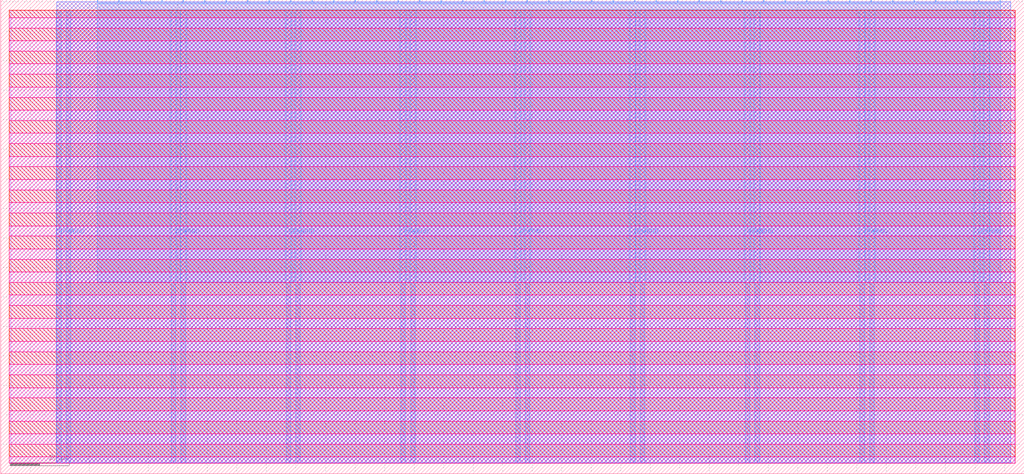
<source format=lef>
VERSION 5.7 ;
  NOWIREEXTENSIONATPIN ON ;
  DIVIDERCHAR "/" ;
  BUSBITCHARS "[]" ;
MACRO tt_um_algofoogle_vgaringosc
  CLASS BLOCK ;
  FOREIGN tt_um_algofoogle_vgaringosc ;
  ORIGIN 0.000 0.000 ;
  SIZE 346.640 BY 160.720 ;
  PIN VGND
    DIRECTION INOUT ;
    USE GROUND ;
    PORT
      LAYER Metal4 ;
        RECT 22.180 3.620 23.780 157.100 ;
    END
    PORT
      LAYER Metal4 ;
        RECT 61.050 3.620 62.650 157.100 ;
    END
    PORT
      LAYER Metal4 ;
        RECT 99.920 3.620 101.520 157.100 ;
    END
    PORT
      LAYER Metal4 ;
        RECT 138.790 3.620 140.390 157.100 ;
    END
    PORT
      LAYER Metal4 ;
        RECT 177.660 3.620 179.260 157.100 ;
    END
    PORT
      LAYER Metal4 ;
        RECT 216.530 3.620 218.130 157.100 ;
    END
    PORT
      LAYER Metal4 ;
        RECT 255.400 3.620 257.000 157.100 ;
    END
    PORT
      LAYER Metal4 ;
        RECT 294.270 3.620 295.870 157.100 ;
    END
    PORT
      LAYER Metal4 ;
        RECT 333.140 3.620 334.740 157.100 ;
    END
  END VGND
  PIN VPWR
    DIRECTION INOUT ;
    USE POWER ;
    PORT
      LAYER Metal4 ;
        RECT 18.880 3.620 20.480 157.100 ;
    END
    PORT
      LAYER Metal4 ;
        RECT 57.750 3.620 59.350 157.100 ;
    END
    PORT
      LAYER Metal4 ;
        RECT 96.620 3.620 98.220 157.100 ;
    END
    PORT
      LAYER Metal4 ;
        RECT 135.490 3.620 137.090 157.100 ;
    END
    PORT
      LAYER Metal4 ;
        RECT 174.360 3.620 175.960 157.100 ;
    END
    PORT
      LAYER Metal4 ;
        RECT 213.230 3.620 214.830 157.100 ;
    END
    PORT
      LAYER Metal4 ;
        RECT 252.100 3.620 253.700 157.100 ;
    END
    PORT
      LAYER Metal4 ;
        RECT 290.970 3.620 292.570 157.100 ;
    END
    PORT
      LAYER Metal4 ;
        RECT 329.840 3.620 331.440 157.100 ;
    END
  END VPWR
  PIN clk
    DIRECTION INPUT ;
    USE SIGNAL ;
    ANTENNAGATEAREA 4.738000 ;
    PORT
      LAYER Metal4 ;
        RECT 331.090 159.720 331.390 160.720 ;
    END
  END clk
  PIN ena
    DIRECTION INPUT ;
    USE SIGNAL ;
    ANTENNAGATEAREA 0.396000 ;
    PORT
      LAYER Metal4 ;
        RECT 338.370 159.720 338.670 160.720 ;
    END
  END ena
  PIN rst_n
    DIRECTION INPUT ;
    USE SIGNAL ;
    ANTENNAGATEAREA 0.396000 ;
    PORT
      LAYER Metal4 ;
        RECT 323.810 159.720 324.110 160.720 ;
    END
  END rst_n
  PIN ui_in[0]
    DIRECTION INPUT ;
    USE SIGNAL ;
    ANTENNAGATEAREA 1.102000 ;
    PORT
      LAYER Metal4 ;
        RECT 316.530 159.720 316.830 160.720 ;
    END
  END ui_in[0]
  PIN ui_in[1]
    DIRECTION INPUT ;
    USE SIGNAL ;
    ANTENNAGATEAREA 0.726000 ;
    PORT
      LAYER Metal4 ;
        RECT 309.250 159.720 309.550 160.720 ;
    END
  END ui_in[1]
  PIN ui_in[2]
    DIRECTION INPUT ;
    USE SIGNAL ;
    ANTENNAGATEAREA 0.396000 ;
    PORT
      LAYER Metal4 ;
        RECT 301.970 159.720 302.270 160.720 ;
    END
  END ui_in[2]
  PIN ui_in[3]
    DIRECTION INPUT ;
    USE SIGNAL ;
    ANTENNAGATEAREA 0.498500 ;
    PORT
      LAYER Metal4 ;
        RECT 294.690 159.720 294.990 160.720 ;
    END
  END ui_in[3]
  PIN ui_in[4]
    DIRECTION INPUT ;
    USE SIGNAL ;
    ANTENNAGATEAREA 0.396000 ;
    PORT
      LAYER Metal4 ;
        RECT 287.410 159.720 287.710 160.720 ;
    END
  END ui_in[4]
  PIN ui_in[5]
    DIRECTION INPUT ;
    USE SIGNAL ;
    PORT
      LAYER Metal4 ;
        RECT 280.130 159.720 280.430 160.720 ;
    END
  END ui_in[5]
  PIN ui_in[6]
    DIRECTION INPUT ;
    USE SIGNAL ;
    PORT
      LAYER Metal4 ;
        RECT 272.850 159.720 273.150 160.720 ;
    END
  END ui_in[6]
  PIN ui_in[7]
    DIRECTION INPUT ;
    USE SIGNAL ;
    ANTENNAGATEAREA 1.183000 ;
    PORT
      LAYER Metal4 ;
        RECT 265.570 159.720 265.870 160.720 ;
    END
  END ui_in[7]
  PIN uio_in[0]
    DIRECTION INPUT ;
    USE SIGNAL ;
    PORT
      LAYER Metal4 ;
        RECT 258.290 159.720 258.590 160.720 ;
    END
  END uio_in[0]
  PIN uio_in[1]
    DIRECTION INPUT ;
    USE SIGNAL ;
    PORT
      LAYER Metal4 ;
        RECT 251.010 159.720 251.310 160.720 ;
    END
  END uio_in[1]
  PIN uio_in[2]
    DIRECTION INPUT ;
    USE SIGNAL ;
    PORT
      LAYER Metal4 ;
        RECT 243.730 159.720 244.030 160.720 ;
    END
  END uio_in[2]
  PIN uio_in[3]
    DIRECTION INPUT ;
    USE SIGNAL ;
    PORT
      LAYER Metal4 ;
        RECT 236.450 159.720 236.750 160.720 ;
    END
  END uio_in[3]
  PIN uio_in[4]
    DIRECTION INPUT ;
    USE SIGNAL ;
    PORT
      LAYER Metal4 ;
        RECT 229.170 159.720 229.470 160.720 ;
    END
  END uio_in[4]
  PIN uio_in[5]
    DIRECTION INPUT ;
    USE SIGNAL ;
    PORT
      LAYER Metal4 ;
        RECT 221.890 159.720 222.190 160.720 ;
    END
  END uio_in[5]
  PIN uio_in[6]
    DIRECTION INPUT ;
    USE SIGNAL ;
    PORT
      LAYER Metal4 ;
        RECT 214.610 159.720 214.910 160.720 ;
    END
  END uio_in[6]
  PIN uio_in[7]
    DIRECTION INPUT ;
    USE SIGNAL ;
    PORT
      LAYER Metal4 ;
        RECT 207.330 159.720 207.630 160.720 ;
    END
  END uio_in[7]
  PIN uio_oe[0]
    DIRECTION OUTPUT ;
    USE SIGNAL ;
    ANTENNADIFFAREA 0.360800 ;
    PORT
      LAYER Metal4 ;
        RECT 83.570 159.720 83.870 160.720 ;
    END
  END uio_oe[0]
  PIN uio_oe[1]
    DIRECTION OUTPUT ;
    USE SIGNAL ;
    ANTENNADIFFAREA 0.360800 ;
    PORT
      LAYER Metal4 ;
        RECT 76.290 159.720 76.590 160.720 ;
    END
  END uio_oe[1]
  PIN uio_oe[2]
    DIRECTION OUTPUT ;
    USE SIGNAL ;
    ANTENNADIFFAREA 0.360800 ;
    PORT
      LAYER Metal4 ;
        RECT 69.010 159.720 69.310 160.720 ;
    END
  END uio_oe[2]
  PIN uio_oe[3]
    DIRECTION OUTPUT ;
    USE SIGNAL ;
    ANTENNADIFFAREA 0.360800 ;
    PORT
      LAYER Metal4 ;
        RECT 61.730 159.720 62.030 160.720 ;
    END
  END uio_oe[3]
  PIN uio_oe[4]
    DIRECTION OUTPUT ;
    USE SIGNAL ;
    ANTENNADIFFAREA 0.536800 ;
    PORT
      LAYER Metal4 ;
        RECT 54.450 159.720 54.750 160.720 ;
    END
  END uio_oe[4]
  PIN uio_oe[5]
    DIRECTION OUTPUT ;
    USE SIGNAL ;
    ANTENNADIFFAREA 0.536800 ;
    PORT
      LAYER Metal4 ;
        RECT 47.170 159.720 47.470 160.720 ;
    END
  END uio_oe[5]
  PIN uio_oe[6]
    DIRECTION OUTPUT ;
    USE SIGNAL ;
    ANTENNADIFFAREA 0.536800 ;
    PORT
      LAYER Metal4 ;
        RECT 39.890 159.720 40.190 160.720 ;
    END
  END uio_oe[6]
  PIN uio_oe[7]
    DIRECTION OUTPUT ;
    USE SIGNAL ;
    ANTENNADIFFAREA 0.536800 ;
    PORT
      LAYER Metal4 ;
        RECT 32.610 159.720 32.910 160.720 ;
    END
  END uio_oe[7]
  PIN uio_out[0]
    DIRECTION OUTPUT ;
    USE SIGNAL ;
    ANTENNADIFFAREA 0.360800 ;
    PORT
      LAYER Metal4 ;
        RECT 141.810 159.720 142.110 160.720 ;
    END
  END uio_out[0]
  PIN uio_out[1]
    DIRECTION OUTPUT ;
    USE SIGNAL ;
    ANTENNADIFFAREA 0.360800 ;
    PORT
      LAYER Metal4 ;
        RECT 134.530 159.720 134.830 160.720 ;
    END
  END uio_out[1]
  PIN uio_out[2]
    DIRECTION OUTPUT ;
    USE SIGNAL ;
    ANTENNADIFFAREA 0.360800 ;
    PORT
      LAYER Metal4 ;
        RECT 127.250 159.720 127.550 160.720 ;
    END
  END uio_out[2]
  PIN uio_out[3]
    DIRECTION OUTPUT ;
    USE SIGNAL ;
    ANTENNADIFFAREA 0.360800 ;
    PORT
      LAYER Metal4 ;
        RECT 119.970 159.720 120.270 160.720 ;
    END
  END uio_out[3]
  PIN uio_out[4]
    DIRECTION OUTPUT ;
    USE SIGNAL ;
    ANTENNADIFFAREA 0.897600 ;
    PORT
      LAYER Metal4 ;
        RECT 112.690 159.720 112.990 160.720 ;
    END
  END uio_out[4]
  PIN uio_out[5]
    DIRECTION OUTPUT ;
    USE SIGNAL ;
    ANTENNAGATEAREA 2.504500 ;
    ANTENNADIFFAREA 2.604400 ;
    PORT
      LAYER Metal4 ;
        RECT 105.410 159.720 105.710 160.720 ;
    END
  END uio_out[5]
  PIN uio_out[6]
    DIRECTION OUTPUT ;
    USE SIGNAL ;
    ANTENNAGATEAREA 1.555500 ;
    ANTENNADIFFAREA 2.604400 ;
    PORT
      LAYER Metal4 ;
        RECT 98.130 159.720 98.430 160.720 ;
    END
  END uio_out[6]
  PIN uio_out[7]
    DIRECTION OUTPUT ;
    USE SIGNAL ;
    ANTENNAGATEAREA 1.598000 ;
    ANTENNADIFFAREA 2.604400 ;
    PORT
      LAYER Metal4 ;
        RECT 90.850 159.720 91.150 160.720 ;
    END
  END uio_out[7]
  PIN uo_out[0]
    DIRECTION OUTPUT ;
    USE SIGNAL ;
    ANTENNADIFFAREA 1.071900 ;
    PORT
      LAYER Metal4 ;
        RECT 200.050 159.720 200.350 160.720 ;
    END
  END uo_out[0]
  PIN uo_out[1]
    DIRECTION OUTPUT ;
    USE SIGNAL ;
    ANTENNADIFFAREA 1.071900 ;
    PORT
      LAYER Metal4 ;
        RECT 192.770 159.720 193.070 160.720 ;
    END
  END uo_out[1]
  PIN uo_out[2]
    DIRECTION OUTPUT ;
    USE SIGNAL ;
    ANTENNADIFFAREA 1.071900 ;
    PORT
      LAYER Metal4 ;
        RECT 185.490 159.720 185.790 160.720 ;
    END
  END uo_out[2]
  PIN uo_out[3]
    DIRECTION OUTPUT ;
    USE SIGNAL ;
    ANTENNADIFFAREA 1.986000 ;
    PORT
      LAYER Metal4 ;
        RECT 178.210 159.720 178.510 160.720 ;
    END
  END uo_out[3]
  PIN uo_out[4]
    DIRECTION OUTPUT ;
    USE SIGNAL ;
    ANTENNADIFFAREA 1.071900 ;
    PORT
      LAYER Metal4 ;
        RECT 170.930 159.720 171.230 160.720 ;
    END
  END uo_out[4]
  PIN uo_out[5]
    DIRECTION OUTPUT ;
    USE SIGNAL ;
    ANTENNADIFFAREA 1.071900 ;
    PORT
      LAYER Metal4 ;
        RECT 163.650 159.720 163.950 160.720 ;
    END
  END uo_out[5]
  PIN uo_out[6]
    DIRECTION OUTPUT ;
    USE SIGNAL ;
    ANTENNADIFFAREA 1.071900 ;
    PORT
      LAYER Metal4 ;
        RECT 156.370 159.720 156.670 160.720 ;
    END
  END uo_out[6]
  PIN uo_out[7]
    DIRECTION OUTPUT ;
    USE SIGNAL ;
    ANTENNADIFFAREA 2.080400 ;
    PORT
      LAYER Metal4 ;
        RECT 149.090 159.720 149.390 160.720 ;
    END
  END uo_out[7]
  OBS
      LAYER Nwell ;
        RECT 2.930 154.640 343.710 157.230 ;
      LAYER Pwell ;
        RECT 2.930 151.120 343.710 154.640 ;
      LAYER Nwell ;
        RECT 2.930 146.800 343.710 151.120 ;
      LAYER Pwell ;
        RECT 2.930 143.280 343.710 146.800 ;
      LAYER Nwell ;
        RECT 2.930 138.960 343.710 143.280 ;
      LAYER Pwell ;
        RECT 2.930 135.440 343.710 138.960 ;
      LAYER Nwell ;
        RECT 2.930 131.120 343.710 135.440 ;
      LAYER Pwell ;
        RECT 2.930 127.600 343.710 131.120 ;
      LAYER Nwell ;
        RECT 2.930 123.280 343.710 127.600 ;
      LAYER Pwell ;
        RECT 2.930 119.760 343.710 123.280 ;
      LAYER Nwell ;
        RECT 2.930 115.440 343.710 119.760 ;
      LAYER Pwell ;
        RECT 2.930 111.920 343.710 115.440 ;
      LAYER Nwell ;
        RECT 2.930 107.600 343.710 111.920 ;
      LAYER Pwell ;
        RECT 2.930 104.080 343.710 107.600 ;
      LAYER Nwell ;
        RECT 2.930 99.760 343.710 104.080 ;
      LAYER Pwell ;
        RECT 2.930 96.240 343.710 99.760 ;
      LAYER Nwell ;
        RECT 2.930 91.920 343.710 96.240 ;
      LAYER Pwell ;
        RECT 2.930 88.400 343.710 91.920 ;
      LAYER Nwell ;
        RECT 2.930 84.080 343.710 88.400 ;
      LAYER Pwell ;
        RECT 2.930 80.560 343.710 84.080 ;
      LAYER Nwell ;
        RECT 2.930 76.240 343.710 80.560 ;
      LAYER Pwell ;
        RECT 2.930 72.720 343.710 76.240 ;
      LAYER Nwell ;
        RECT 2.930 68.400 343.710 72.720 ;
      LAYER Pwell ;
        RECT 2.930 64.880 343.710 68.400 ;
      LAYER Nwell ;
        RECT 2.930 60.560 343.710 64.880 ;
      LAYER Pwell ;
        RECT 2.930 57.040 343.710 60.560 ;
      LAYER Nwell ;
        RECT 2.930 52.720 343.710 57.040 ;
      LAYER Pwell ;
        RECT 2.930 49.200 343.710 52.720 ;
      LAYER Nwell ;
        RECT 2.930 44.880 343.710 49.200 ;
      LAYER Pwell ;
        RECT 2.930 41.360 343.710 44.880 ;
      LAYER Nwell ;
        RECT 2.930 37.040 343.710 41.360 ;
      LAYER Pwell ;
        RECT 2.930 33.520 343.710 37.040 ;
      LAYER Nwell ;
        RECT 2.930 29.200 343.710 33.520 ;
      LAYER Pwell ;
        RECT 2.930 25.680 343.710 29.200 ;
      LAYER Nwell ;
        RECT 2.930 21.360 343.710 25.680 ;
      LAYER Pwell ;
        RECT 2.930 17.840 343.710 21.360 ;
      LAYER Nwell ;
        RECT 2.930 13.520 343.710 17.840 ;
      LAYER Pwell ;
        RECT 2.930 10.000 343.710 13.520 ;
      LAYER Nwell ;
        RECT 2.930 5.680 343.710 10.000 ;
      LAYER Pwell ;
        RECT 2.930 3.490 343.710 5.680 ;
      LAYER Metal1 ;
        RECT 3.360 3.620 343.280 157.100 ;
      LAYER Metal2 ;
        RECT 19.020 3.730 342.020 160.070 ;
      LAYER Metal3 ;
        RECT 18.970 3.780 342.070 160.020 ;
      LAYER Metal4 ;
        RECT 33.210 159.420 39.590 159.720 ;
        RECT 40.490 159.420 46.870 159.720 ;
        RECT 47.770 159.420 54.150 159.720 ;
        RECT 55.050 159.420 61.430 159.720 ;
        RECT 62.330 159.420 68.710 159.720 ;
        RECT 69.610 159.420 75.990 159.720 ;
        RECT 76.890 159.420 83.270 159.720 ;
        RECT 84.170 159.420 90.550 159.720 ;
        RECT 91.450 159.420 97.830 159.720 ;
        RECT 98.730 159.420 105.110 159.720 ;
        RECT 106.010 159.420 112.390 159.720 ;
        RECT 113.290 159.420 119.670 159.720 ;
        RECT 120.570 159.420 126.950 159.720 ;
        RECT 127.850 159.420 134.230 159.720 ;
        RECT 135.130 159.420 141.510 159.720 ;
        RECT 142.410 159.420 148.790 159.720 ;
        RECT 149.690 159.420 156.070 159.720 ;
        RECT 156.970 159.420 163.350 159.720 ;
        RECT 164.250 159.420 170.630 159.720 ;
        RECT 171.530 159.420 177.910 159.720 ;
        RECT 178.810 159.420 185.190 159.720 ;
        RECT 186.090 159.420 192.470 159.720 ;
        RECT 193.370 159.420 199.750 159.720 ;
        RECT 200.650 159.420 207.030 159.720 ;
        RECT 207.930 159.420 214.310 159.720 ;
        RECT 215.210 159.420 221.590 159.720 ;
        RECT 222.490 159.420 228.870 159.720 ;
        RECT 229.770 159.420 236.150 159.720 ;
        RECT 237.050 159.420 243.430 159.720 ;
        RECT 244.330 159.420 250.710 159.720 ;
        RECT 251.610 159.420 257.990 159.720 ;
        RECT 258.890 159.420 265.270 159.720 ;
        RECT 266.170 159.420 272.550 159.720 ;
        RECT 273.450 159.420 279.830 159.720 ;
        RECT 280.730 159.420 287.110 159.720 ;
        RECT 288.010 159.420 294.390 159.720 ;
        RECT 295.290 159.420 301.670 159.720 ;
        RECT 302.570 159.420 308.950 159.720 ;
        RECT 309.850 159.420 316.230 159.720 ;
        RECT 317.130 159.420 323.510 159.720 ;
        RECT 324.410 159.420 330.790 159.720 ;
        RECT 331.690 159.420 338.070 159.720 ;
        RECT 32.620 157.400 338.660 159.420 ;
        RECT 32.620 65.050 57.450 157.400 ;
        RECT 59.650 65.050 60.750 157.400 ;
        RECT 62.950 65.050 96.320 157.400 ;
        RECT 98.520 65.050 99.620 157.400 ;
        RECT 101.820 65.050 135.190 157.400 ;
        RECT 137.390 65.050 138.490 157.400 ;
        RECT 140.690 65.050 174.060 157.400 ;
        RECT 176.260 65.050 177.360 157.400 ;
        RECT 179.560 65.050 212.930 157.400 ;
        RECT 215.130 65.050 216.230 157.400 ;
        RECT 218.430 65.050 251.800 157.400 ;
        RECT 254.000 65.050 255.100 157.400 ;
        RECT 257.300 65.050 290.670 157.400 ;
        RECT 292.870 65.050 293.970 157.400 ;
        RECT 296.170 65.050 329.540 157.400 ;
        RECT 331.740 65.050 332.840 157.400 ;
        RECT 335.040 65.050 338.660 157.400 ;
  END
END tt_um_algofoogle_vgaringosc
END LIBRARY


</source>
